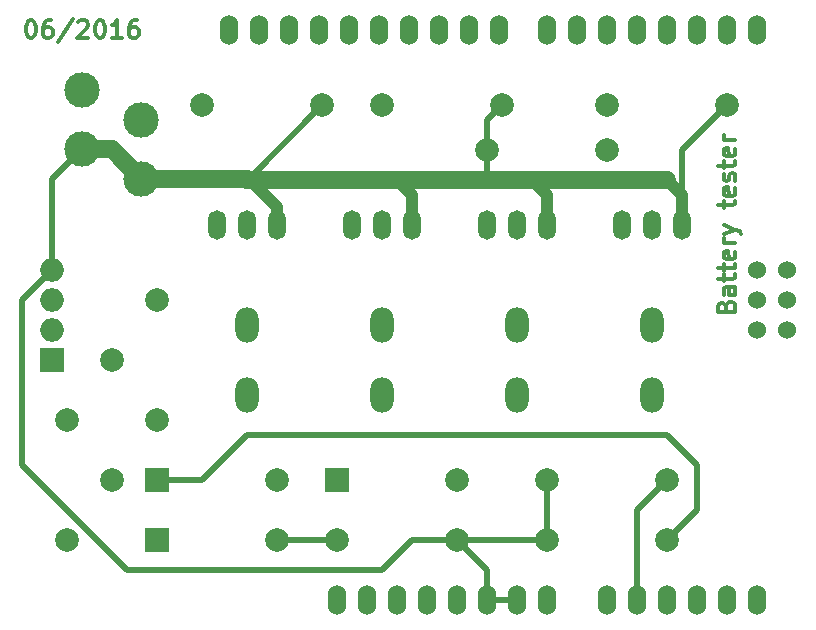
<source format=gtl>
%TF.GenerationSoftware,KiCad,Pcbnew,(6.0.8)*%
%TF.CreationDate,2022-10-08T06:19:35+02:00*%
%TF.ProjectId,BatteryTester,42617474-6572-4795-9465-737465722e6b,rev?*%
%TF.SameCoordinates,Original*%
%TF.FileFunction,Copper,L1,Top*%
%TF.FilePolarity,Positive*%
%FSLAX46Y46*%
G04 Gerber Fmt 4.6, Leading zero omitted, Abs format (unit mm)*
G04 Created by KiCad (PCBNEW (6.0.8)) date 2022-10-08 06:19:35*
%MOMM*%
%LPD*%
G01*
G04 APERTURE LIST*
%ADD10C,0.300000*%
%TA.AperFunction,NonConductor*%
%ADD11C,0.300000*%
%TD*%
%TA.AperFunction,ComponentPad*%
%ADD12C,1.998980*%
%TD*%
%TA.AperFunction,ComponentPad*%
%ADD13R,1.998980X1.998980*%
%TD*%
%TA.AperFunction,ComponentPad*%
%ADD14C,3.000000*%
%TD*%
%TA.AperFunction,ComponentPad*%
%ADD15O,1.501140X2.499360*%
%TD*%
%TA.AperFunction,ComponentPad*%
%ADD16O,1.998980X2.999740*%
%TD*%
%TA.AperFunction,ComponentPad*%
%ADD17O,1.524000X2.540000*%
%TD*%
%TA.AperFunction,ComponentPad*%
%ADD18C,1.524000*%
%TD*%
%TA.AperFunction,ComponentPad*%
%ADD19O,1.998980X1.998980*%
%TD*%
%TA.AperFunction,Conductor*%
%ADD20C,0.254000*%
%TD*%
%TA.AperFunction,Conductor*%
%ADD21C,0.500000*%
%TD*%
%TA.AperFunction,Conductor*%
%ADD22C,1.500000*%
%TD*%
%TA.AperFunction,Conductor*%
%ADD23C,1.000000*%
%TD*%
G04 APERTURE END LIST*
D10*
D11*
X150511428Y-52518571D02*
X150654285Y-52518571D01*
X150797142Y-52590000D01*
X150868571Y-52661428D01*
X150940000Y-52804285D01*
X151011428Y-53090000D01*
X151011428Y-53447142D01*
X150940000Y-53732857D01*
X150868571Y-53875714D01*
X150797142Y-53947142D01*
X150654285Y-54018571D01*
X150511428Y-54018571D01*
X150368571Y-53947142D01*
X150297142Y-53875714D01*
X150225714Y-53732857D01*
X150154285Y-53447142D01*
X150154285Y-53090000D01*
X150225714Y-52804285D01*
X150297142Y-52661428D01*
X150368571Y-52590000D01*
X150511428Y-52518571D01*
X152297142Y-52518571D02*
X152011428Y-52518571D01*
X151868571Y-52590000D01*
X151797142Y-52661428D01*
X151654285Y-52875714D01*
X151582857Y-53161428D01*
X151582857Y-53732857D01*
X151654285Y-53875714D01*
X151725714Y-53947142D01*
X151868571Y-54018571D01*
X152154285Y-54018571D01*
X152297142Y-53947142D01*
X152368571Y-53875714D01*
X152440000Y-53732857D01*
X152440000Y-53375714D01*
X152368571Y-53232857D01*
X152297142Y-53161428D01*
X152154285Y-53090000D01*
X151868571Y-53090000D01*
X151725714Y-53161428D01*
X151654285Y-53232857D01*
X151582857Y-53375714D01*
X154154285Y-52447142D02*
X152868571Y-54375714D01*
X154582857Y-52661428D02*
X154654285Y-52590000D01*
X154797142Y-52518571D01*
X155154285Y-52518571D01*
X155297142Y-52590000D01*
X155368571Y-52661428D01*
X155440000Y-52804285D01*
X155440000Y-52947142D01*
X155368571Y-53161428D01*
X154511428Y-54018571D01*
X155440000Y-54018571D01*
X156368571Y-52518571D02*
X156511428Y-52518571D01*
X156654285Y-52590000D01*
X156725714Y-52661428D01*
X156797142Y-52804285D01*
X156868571Y-53090000D01*
X156868571Y-53447142D01*
X156797142Y-53732857D01*
X156725714Y-53875714D01*
X156654285Y-53947142D01*
X156511428Y-54018571D01*
X156368571Y-54018571D01*
X156225714Y-53947142D01*
X156154285Y-53875714D01*
X156082857Y-53732857D01*
X156011428Y-53447142D01*
X156011428Y-53090000D01*
X156082857Y-52804285D01*
X156154285Y-52661428D01*
X156225714Y-52590000D01*
X156368571Y-52518571D01*
X158297142Y-54018571D02*
X157440000Y-54018571D01*
X157868571Y-54018571D02*
X157868571Y-52518571D01*
X157725714Y-52732857D01*
X157582857Y-52875714D01*
X157440000Y-52947142D01*
X159582857Y-52518571D02*
X159297142Y-52518571D01*
X159154285Y-52590000D01*
X159082857Y-52661428D01*
X158940000Y-52875714D01*
X158868571Y-53161428D01*
X158868571Y-53732857D01*
X158940000Y-53875714D01*
X159011428Y-53947142D01*
X159154285Y-54018571D01*
X159440000Y-54018571D01*
X159582857Y-53947142D01*
X159654285Y-53875714D01*
X159725714Y-53732857D01*
X159725714Y-53375714D01*
X159654285Y-53232857D01*
X159582857Y-53161428D01*
X159440000Y-53090000D01*
X159154285Y-53090000D01*
X159011428Y-53161428D01*
X158940000Y-53232857D01*
X158868571Y-53375714D01*
D10*
D11*
X209442857Y-76742857D02*
X209514285Y-76528571D01*
X209585714Y-76457142D01*
X209728571Y-76385714D01*
X209942857Y-76385714D01*
X210085714Y-76457142D01*
X210157142Y-76528571D01*
X210228571Y-76671428D01*
X210228571Y-77242857D01*
X208728571Y-77242857D01*
X208728571Y-76742857D01*
X208800000Y-76600000D01*
X208871428Y-76528571D01*
X209014285Y-76457142D01*
X209157142Y-76457142D01*
X209300000Y-76528571D01*
X209371428Y-76600000D01*
X209442857Y-76742857D01*
X209442857Y-77242857D01*
X210228571Y-75100000D02*
X209442857Y-75100000D01*
X209300000Y-75171428D01*
X209228571Y-75314285D01*
X209228571Y-75600000D01*
X209300000Y-75742857D01*
X210157142Y-75100000D02*
X210228571Y-75242857D01*
X210228571Y-75600000D01*
X210157142Y-75742857D01*
X210014285Y-75814285D01*
X209871428Y-75814285D01*
X209728571Y-75742857D01*
X209657142Y-75600000D01*
X209657142Y-75242857D01*
X209585714Y-75100000D01*
X209228571Y-74600000D02*
X209228571Y-74028571D01*
X208728571Y-74385714D02*
X210014285Y-74385714D01*
X210157142Y-74314285D01*
X210228571Y-74171428D01*
X210228571Y-74028571D01*
X209228571Y-73742857D02*
X209228571Y-73171428D01*
X208728571Y-73528571D02*
X210014285Y-73528571D01*
X210157142Y-73457142D01*
X210228571Y-73314285D01*
X210228571Y-73171428D01*
X210157142Y-72100000D02*
X210228571Y-72242857D01*
X210228571Y-72528571D01*
X210157142Y-72671428D01*
X210014285Y-72742857D01*
X209442857Y-72742857D01*
X209300000Y-72671428D01*
X209228571Y-72528571D01*
X209228571Y-72242857D01*
X209300000Y-72100000D01*
X209442857Y-72028571D01*
X209585714Y-72028571D01*
X209728571Y-72742857D01*
X210228571Y-71385714D02*
X209228571Y-71385714D01*
X209514285Y-71385714D02*
X209371428Y-71314285D01*
X209300000Y-71242857D01*
X209228571Y-71100000D01*
X209228571Y-70957142D01*
X209228571Y-70600000D02*
X210228571Y-70242857D01*
X209228571Y-69885714D02*
X210228571Y-70242857D01*
X210585714Y-70385714D01*
X210657142Y-70457142D01*
X210728571Y-70600000D01*
X209228571Y-68385714D02*
X209228571Y-67814285D01*
X208728571Y-68171428D02*
X210014285Y-68171428D01*
X210157142Y-68100000D01*
X210228571Y-67957142D01*
X210228571Y-67814285D01*
X210157142Y-66742857D02*
X210228571Y-66885714D01*
X210228571Y-67171428D01*
X210157142Y-67314285D01*
X210014285Y-67385714D01*
X209442857Y-67385714D01*
X209300000Y-67314285D01*
X209228571Y-67171428D01*
X209228571Y-66885714D01*
X209300000Y-66742857D01*
X209442857Y-66671428D01*
X209585714Y-66671428D01*
X209728571Y-67385714D01*
X210157142Y-66100000D02*
X210228571Y-65957142D01*
X210228571Y-65671428D01*
X210157142Y-65528571D01*
X210014285Y-65457142D01*
X209942857Y-65457142D01*
X209800000Y-65528571D01*
X209728571Y-65671428D01*
X209728571Y-65885714D01*
X209657142Y-66028571D01*
X209514285Y-66100000D01*
X209442857Y-66100000D01*
X209300000Y-66028571D01*
X209228571Y-65885714D01*
X209228571Y-65671428D01*
X209300000Y-65528571D01*
X209228571Y-65028571D02*
X209228571Y-64457142D01*
X208728571Y-64814285D02*
X210014285Y-64814285D01*
X210157142Y-64742857D01*
X210228571Y-64600000D01*
X210228571Y-64457142D01*
X210157142Y-63385714D02*
X210228571Y-63528571D01*
X210228571Y-63814285D01*
X210157142Y-63957142D01*
X210014285Y-64028571D01*
X209442857Y-64028571D01*
X209300000Y-63957142D01*
X209228571Y-63814285D01*
X209228571Y-63528571D01*
X209300000Y-63385714D01*
X209442857Y-63314285D01*
X209585714Y-63314285D01*
X209728571Y-64028571D01*
X210228571Y-62671428D02*
X209228571Y-62671428D01*
X209514285Y-62671428D02*
X209371428Y-62600000D01*
X209300000Y-62528571D01*
X209228571Y-62385714D01*
X209228571Y-62242857D01*
D12*
%TO.P,D1,1*%
%TO.N,Net-(D1-Pad1)*%
X171450000Y-96520000D03*
D13*
%TO.P,D1,2*%
%TO.N,+5V*%
X161290000Y-96520000D03*
%TD*%
D14*
%TO.P,P1,1*%
%TO.N,Net-(P1-Pad1)*%
X159941260Y-60919360D03*
X154940000Y-58420000D03*
%TO.P,P1,2*%
%TO.N,GND*%
X159941260Y-65919360D03*
X154940000Y-63420000D03*
%TD*%
D15*
%TO.P,Q1,D*%
%TO.N,Net-(Q1-PadD)*%
X168910000Y-69850000D03*
%TO.P,Q1,G*%
%TO.N,Net-(Q1-PadG)*%
X166370000Y-69850000D03*
%TO.P,Q1,S*%
%TO.N,GND*%
X171450000Y-69850000D03*
%TD*%
%TO.P,Q2,D*%
%TO.N,Net-(Q2-PadD)*%
X180340000Y-69850000D03*
%TO.P,Q2,G*%
%TO.N,Net-(Q2-PadG)*%
X177800000Y-69850000D03*
%TO.P,Q2,S*%
%TO.N,GND*%
X182880000Y-69850000D03*
%TD*%
%TO.P,Q3,D*%
%TO.N,Net-(Q3-PadD)*%
X191770000Y-69850000D03*
%TO.P,Q3,G*%
%TO.N,Net-(Q3-PadG)*%
X189230000Y-69850000D03*
%TO.P,Q3,S*%
%TO.N,GND*%
X194310000Y-69850000D03*
%TD*%
%TO.P,Q4,D*%
%TO.N,Net-(Q4-PadD)*%
X203200000Y-69850000D03*
%TO.P,Q4,G*%
%TO.N,Net-(Q4-PadG)*%
X200660000Y-69850000D03*
%TO.P,Q4,S*%
%TO.N,GND*%
X205740000Y-69850000D03*
%TD*%
D16*
%TO.P,R4,1*%
%TO.N,Net-(P1-Pad1)*%
X168910000Y-84279740D03*
%TO.P,R4,2*%
%TO.N,Net-(Q1-PadD)*%
X168910000Y-78280260D03*
%TD*%
%TO.P,R6,1*%
%TO.N,Net-(P1-Pad1)*%
X180340000Y-84279740D03*
%TO.P,R6,2*%
%TO.N,Net-(Q2-PadD)*%
X180340000Y-78280260D03*
%TD*%
%TO.P,R8,1*%
%TO.N,Net-(P1-Pad1)*%
X191770000Y-84279740D03*
%TO.P,R8,2*%
%TO.N,Net-(Q3-PadD)*%
X191770000Y-78280260D03*
%TD*%
%TO.P,R10,1*%
%TO.N,Net-(P1-Pad1)*%
X203200000Y-84279740D03*
%TO.P,R10,2*%
%TO.N,Net-(Q4-PadD)*%
X203200000Y-78280260D03*
%TD*%
D17*
%TO.P,SHIELD1,0*%
%TO.N,Net-(SHIELD1-Pad0)*%
X212090000Y-53340000D03*
%TO.P,SHIELD1,1*%
%TO.N,Net-(SHIELD1-Pad1)*%
X209550000Y-53340000D03*
%TO.P,SHIELD1,2*%
%TO.N,Net-(SHIELD1-Pad2)*%
X207010000Y-53340000D03*
%TO.P,SHIELD1,3*%
%TO.N,Net-(SHIELD1-Pad3)*%
X204470000Y-53340000D03*
%TO.P,SHIELD1,3V3*%
%TO.N,Net-(SHIELD1-Pad3V3)*%
X184150000Y-101600000D03*
%TO.P,SHIELD1,4*%
%TO.N,Net-(Q4-PadG)*%
X201930000Y-53340000D03*
%TO.P,SHIELD1,5*%
%TO.N,Net-(Q3-PadG)*%
X199390000Y-53340000D03*
%TO.P,SHIELD1,5V*%
%TO.N,+5V*%
X186690000Y-101600000D03*
%TO.P,SHIELD1,6*%
%TO.N,Net-(Q2-PadG)*%
X196850000Y-53340000D03*
%TO.P,SHIELD1,7*%
%TO.N,Net-(Q1-PadG)*%
X194310000Y-53340000D03*
%TO.P,SHIELD1,8*%
%TO.N,Net-(SHIELD1-Pad8)*%
X190246000Y-53340000D03*
%TO.P,SHIELD1,9*%
%TO.N,Net-(SHIELD1-Pad9)*%
X187706000Y-53340000D03*
%TO.P,SHIELD1,10*%
%TO.N,Net-(SHIELD1-Pad10)*%
X185166000Y-53340000D03*
%TO.P,SHIELD1,11*%
%TO.N,Net-(SHIELD1-Pad11)*%
X182626000Y-53340000D03*
%TO.P,SHIELD1,12*%
%TO.N,Net-(SHIELD1-Pad12)*%
X180086000Y-53340000D03*
%TO.P,SHIELD1,13*%
%TO.N,Net-(SHIELD1-Pad13)*%
X177546000Y-53340000D03*
%TO.P,SHIELD1,AD0*%
%TO.N,Net-(D1-Pad1)*%
X199390000Y-101600000D03*
%TO.P,SHIELD1,AD1*%
%TO.N,Net-(D3-Pad1)*%
X201930000Y-101600000D03*
%TO.P,SHIELD1,AD2*%
%TO.N,Net-(D2-Pad1)*%
X204470000Y-101600000D03*
%TO.P,SHIELD1,AD3*%
%TO.N,Net-(SHIELD1-PadAD3)*%
X207010000Y-101600000D03*
%TO.P,SHIELD1,AD4*%
%TO.N,Net-(SHIELD1-PadAD4)*%
X209550000Y-101600000D03*
%TO.P,SHIELD1,AD5*%
%TO.N,Net-(SHIELD1-PadAD5)*%
X212090000Y-101600000D03*
%TO.P,SHIELD1,AREF*%
%TO.N,Net-(SHIELD1-PadAREF)*%
X172466000Y-53340000D03*
%TO.P,SHIELD1,GND1*%
%TO.N,GND*%
X189230000Y-101600000D03*
%TO.P,SHIELD1,GND2*%
X191770000Y-101600000D03*
%TO.P,SHIELD1,GND3*%
%TO.N,Net-(SHIELD1-PadGND3)*%
X175006000Y-53340000D03*
%TO.P,SHIELD1,IO_R*%
%TO.N,Net-(SHIELD1-PadIO_R)*%
X179070000Y-101600000D03*
%TO.P,SHIELD1,NC*%
%TO.N,Net-(SHIELD1-PadNC)*%
X176530000Y-101600000D03*
%TO.P,SHIELD1,RST*%
%TO.N,Net-(SHIELD1-PadRST)*%
X181610000Y-101600000D03*
%TO.P,SHIELD1,SCL*%
%TO.N,Net-(SHIELD1-PadSCL)*%
X167386000Y-53340000D03*
%TO.P,SHIELD1,SDA*%
%TO.N,Net-(SHIELD1-PadSDA)*%
X169926000Y-53340000D03*
D18*
%TO.P,SHIELD1,SP1*%
%TO.N,Net-(SHIELD1-PadSP1)*%
X212090000Y-73660000D03*
%TO.P,SHIELD1,SP2*%
%TO.N,Net-(SHIELD1-PadSP2)*%
X214630000Y-73660000D03*
%TO.P,SHIELD1,SP3*%
%TO.N,Net-(SHIELD1-PadSP3)*%
X212090000Y-76200000D03*
%TO.P,SHIELD1,SP4*%
%TO.N,Net-(SHIELD1-PadSP4)*%
X214630000Y-76200000D03*
%TO.P,SHIELD1,SP5*%
%TO.N,Net-(SHIELD1-PadSP5)*%
X212090000Y-78740000D03*
%TO.P,SHIELD1,SP6*%
%TO.N,Net-(SHIELD1-PadSP6)*%
X214630000Y-78740000D03*
D17*
%TO.P,SHIELD1,V_IN*%
%TO.N,Net-(SHIELD1-PadV_IN)*%
X194310000Y-101600000D03*
%TD*%
D13*
%TO.P,D2,1*%
%TO.N,Net-(D2-Pad1)*%
X161290000Y-91437460D03*
D12*
%TO.P,D2,2*%
%TO.N,+5V*%
X171450000Y-91437460D03*
%TD*%
D13*
%TO.P,D3,1*%
%TO.N,Net-(D3-Pad1)*%
X176530000Y-91437460D03*
D12*
%TO.P,D3,2*%
%TO.N,+5V*%
X186690000Y-91437460D03*
%TD*%
D13*
%TO.P,P2,1*%
%TO.N,Net-(P1-Pad1)*%
X152400000Y-81280000D03*
D19*
%TO.P,P2,2*%
%TO.N,Net-(P2-Pad2)*%
X152400000Y-78740000D03*
%TO.P,P2,3*%
%TO.N,Net-(P2-Pad3)*%
X152400000Y-76200000D03*
%TO.P,P2,4*%
%TO.N,GND*%
X152400000Y-73660000D03*
%TD*%
D12*
%TO.P,R1,1*%
%TO.N,Net-(P1-Pad1)*%
X153670000Y-86360000D03*
%TO.P,R1,2*%
%TO.N,Net-(D1-Pad1)*%
X153670000Y-96520000D03*
%TD*%
%TO.P,R2,1*%
%TO.N,Net-(D1-Pad1)*%
X176530000Y-96520000D03*
%TO.P,R2,2*%
%TO.N,GND*%
X186690000Y-96520000D03*
%TD*%
%TO.P,R3,1*%
%TO.N,Net-(Q1-PadG)*%
X165100000Y-59690000D03*
%TO.P,R3,2*%
%TO.N,GND*%
X175260000Y-59690000D03*
%TD*%
%TO.P,R5,1*%
%TO.N,Net-(Q2-PadG)*%
X180340000Y-59690000D03*
%TO.P,R5,2*%
%TO.N,GND*%
X190500000Y-59690000D03*
%TD*%
%TO.P,R7,1*%
%TO.N,Net-(Q3-PadG)*%
X199390000Y-59690000D03*
%TO.P,R7,2*%
%TO.N,GND*%
X209550000Y-59690000D03*
%TD*%
%TO.P,R9,1*%
%TO.N,Net-(Q4-PadG)*%
X199390000Y-63500000D03*
%TO.P,R9,2*%
%TO.N,GND*%
X189230000Y-63500000D03*
%TD*%
%TO.P,R11,1*%
%TO.N,Net-(P2-Pad2)*%
X157480000Y-81280000D03*
%TO.P,R11,2*%
%TO.N,Net-(D2-Pad1)*%
X157480000Y-91440000D03*
%TD*%
%TO.P,R12,1*%
%TO.N,Net-(D2-Pad1)*%
X204470000Y-96520000D03*
%TO.P,R12,2*%
%TO.N,GND*%
X194310000Y-96520000D03*
%TD*%
%TO.P,R13,1*%
%TO.N,Net-(P2-Pad3)*%
X161290000Y-76200000D03*
%TO.P,R13,2*%
%TO.N,Net-(D3-Pad1)*%
X161290000Y-86360000D03*
%TD*%
%TO.P,R14,1*%
%TO.N,Net-(D3-Pad1)*%
X204470000Y-91440000D03*
%TO.P,R14,2*%
%TO.N,GND*%
X194310000Y-91440000D03*
%TD*%
D20*
%TO.N,GND*%
X191848740Y-101521260D02*
X191770000Y-101600000D01*
D21*
X189230000Y-99060000D02*
X186690000Y-96520000D01*
X152400000Y-65960000D02*
X154940000Y-63420000D01*
D22*
X157441900Y-63420000D02*
X159941260Y-65919360D01*
D21*
X169030640Y-65919360D02*
X175260000Y-59690000D01*
D23*
X171450000Y-68338720D02*
X169030640Y-65919360D01*
X182880000Y-67310000D02*
X181610000Y-66040000D01*
D22*
X181610000Y-66040000D02*
X168910000Y-66040000D01*
D20*
X168910000Y-66040000D02*
X168910000Y-65919360D01*
X168910000Y-65919360D02*
X169030640Y-65919360D01*
D23*
X194310000Y-67310000D02*
X193040000Y-66040000D01*
D22*
X193040000Y-66040000D02*
X189230000Y-66040000D01*
D23*
X205740000Y-67310000D02*
X204470000Y-66040000D01*
D22*
X204470000Y-66040000D02*
X193040000Y-66040000D01*
D21*
X205740000Y-63500000D02*
X209550000Y-59690000D01*
D22*
X189230000Y-66040000D02*
X181610000Y-66040000D01*
D21*
X189230000Y-60960000D02*
X190500000Y-59690000D01*
X182880000Y-96520000D02*
X180340000Y-99060000D01*
X180340000Y-99060000D02*
X158750000Y-99060000D01*
X158750000Y-99060000D02*
X149860000Y-90170000D01*
X149860000Y-90170000D02*
X149860000Y-76200000D01*
X149860000Y-76200000D02*
X152400000Y-73660000D01*
X205740000Y-67310000D02*
X205740000Y-63500000D01*
X194310000Y-96520000D02*
X194310000Y-91440000D01*
D23*
X182880000Y-69850000D02*
X182880000Y-67310000D01*
D21*
X186690000Y-96520000D02*
X182880000Y-96520000D01*
D22*
X154940000Y-63420000D02*
X157441900Y-63420000D01*
D21*
X186690000Y-96520000D02*
X194310000Y-96520000D01*
X189230000Y-63500000D02*
X189230000Y-66040000D01*
D23*
X194310000Y-69850000D02*
X194310000Y-67310000D01*
D21*
X189230000Y-63500000D02*
X189230000Y-60960000D01*
X152400000Y-73660000D02*
X152400000Y-65960000D01*
X189230000Y-101600000D02*
X189230000Y-99060000D01*
D23*
X205740000Y-69850000D02*
X205740000Y-67310000D01*
X171450000Y-69850000D02*
X171450000Y-68338720D01*
D22*
X159941260Y-65919360D02*
X168910000Y-65919360D01*
D21*
X189230000Y-101600000D02*
X191770000Y-101600000D01*
%TO.N,Net-(D1-Pad1)*%
X171450000Y-96520000D02*
X176530000Y-96520000D01*
%TO.N,Net-(D3-Pad1)*%
X201930000Y-93980000D02*
X204470000Y-91440000D01*
X201930000Y-101600000D02*
X201930000Y-93980000D01*
%TO.N,Net-(D2-Pad1)*%
X165102540Y-91437460D02*
X168910000Y-87630000D01*
X168910000Y-87630000D02*
X204470000Y-87630000D01*
X204470000Y-87630000D02*
X207010000Y-90170000D01*
X207010000Y-90170000D02*
X207010000Y-93980000D01*
X207010000Y-93980000D02*
X204470000Y-96520000D01*
X161290000Y-91437460D02*
X165102540Y-91437460D01*
%TD*%
M02*

</source>
